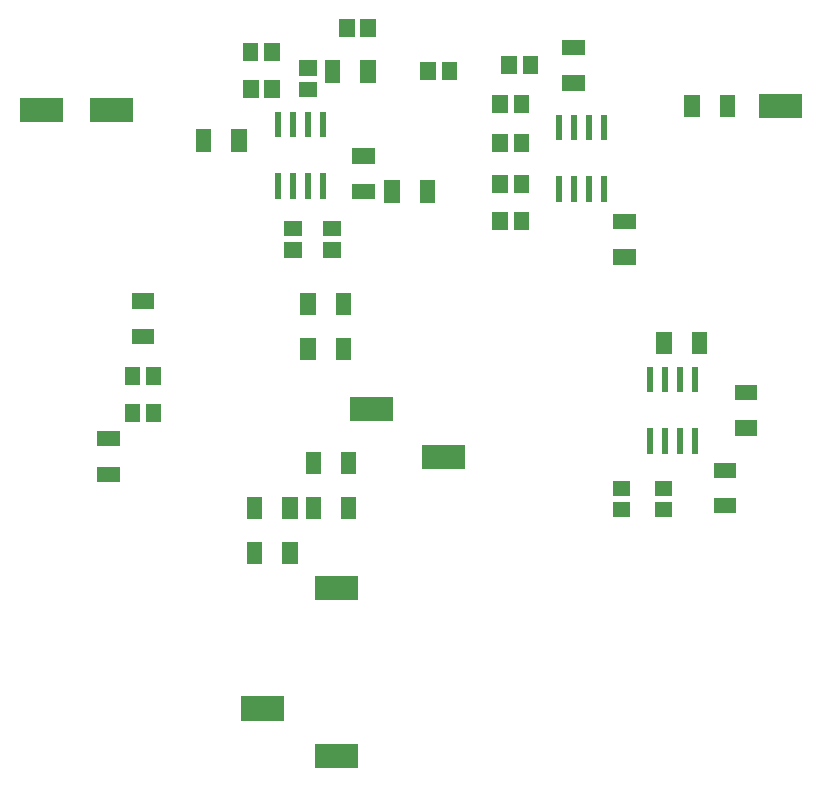
<source format=gtp>
G04 start of page 2 for group 0 layer_idx 7 *
G04 Title: (unknown), top_paste *
G04 Creator: pcb-rnd 3.1.7-dev *
G04 CreationDate: 2025-03-11 14:10:35 UTC *
G04 For:  *
G04 Format: Gerber/RS-274X *
G04 PCB-Dimensions: 500000 500000 *
G04 PCB-Coordinate-Origin: lower left *
%MOIN*%
%FSLAX25Y25*%
%LNTOP_PASTE_NONE_0*%
%ADD100C,0.0001*%
G54D100*G36*
X277500Y320000D02*Y311500D01*
X275500D01*
Y320000D01*
X277500D01*
G37*
G36*
X282500D02*Y311500D01*
X280500D01*
Y320000D01*
X282500D01*
G37*
G36*
X259516Y313452D02*X254398D01*
Y307548D01*
X259516D01*
Y313452D01*
G37*
G36*
X266602D02*X261484D01*
Y307548D01*
X266602D01*
Y313452D01*
G37*
G36*
X259516Y299952D02*X254398D01*
Y294048D01*
X259516D01*
Y299952D01*
G37*
G36*
X266602D02*X261484D01*
Y294048D01*
X266602D01*
Y299952D01*
G37*
G36*
X275500Y291000D02*Y299500D01*
X277500D01*
Y291000D01*
X275500D01*
G37*
G36*
X280500D02*Y299500D01*
X282500D01*
Y291000D01*
X280500D01*
G37*
G36*
X242602Y337452D02*X237484D01*
Y331548D01*
X242602D01*
Y337452D01*
G37*
G36*
X259516Y326452D02*X254398D01*
Y320548D01*
X259516D01*
Y326452D01*
G37*
G36*
X262516Y339452D02*X257398D01*
Y333548D01*
X262516D01*
Y339452D01*
G37*
G36*
X266602Y326452D02*X261484D01*
Y320548D01*
X266602D01*
Y326452D01*
G37*
G36*
X269602Y339452D02*X264484D01*
Y333548D01*
X269602D01*
Y339452D01*
G37*
G36*
X277760Y333154D02*Y328036D01*
X285240D01*
Y333154D01*
X277760D01*
G37*
G36*
Y344964D02*Y339846D01*
X285240D01*
Y344964D01*
X277760D01*
G37*
G36*
X285500Y291000D02*Y299500D01*
X287500D01*
Y291000D01*
X285500D01*
G37*
G36*
X287500Y320000D02*Y311500D01*
X285500D01*
Y320000D01*
X287500D01*
G37*
G36*
X290500Y291000D02*Y299500D01*
X292500D01*
Y291000D01*
X290500D01*
G37*
G36*
X292500Y320000D02*Y311500D01*
X290500D01*
Y320000D01*
X292500D01*
G37*
G36*
X323559Y326740D02*X318441D01*
Y319260D01*
X323559D01*
Y326740D01*
G37*
G36*
X335369D02*X330251D01*
Y319260D01*
X335369D01*
Y326740D01*
G37*
G36*
X343315Y327036D02*Y318964D01*
X357685D01*
Y327036D01*
X343315D01*
G37*
G36*
X137016Y235952D02*X131898D01*
Y230048D01*
X137016D01*
Y235952D01*
G37*
G36*
X134260Y248654D02*Y243536D01*
X141740D01*
Y248654D01*
X134260D01*
G37*
G36*
Y260464D02*Y255346D01*
X141740D01*
Y260464D01*
X134260D01*
G37*
G36*
X137016Y223452D02*X131898D01*
Y217548D01*
X137016D01*
Y223452D01*
G37*
G36*
X144102Y235952D02*X138984D01*
Y230048D01*
X144102D01*
Y235952D01*
G37*
G36*
Y223452D02*X138984D01*
Y217548D01*
X144102D01*
Y223452D01*
G37*
G36*
X122760Y202749D02*Y197631D01*
X130240D01*
Y202749D01*
X122760D01*
G37*
G36*
Y214559D02*Y209441D01*
X130240D01*
Y214559D01*
X122760D01*
G37*
G36*
X195559Y245740D02*X190441D01*
Y238260D01*
X195559D01*
Y245740D01*
G37*
G36*
Y260740D02*X190441D01*
Y253260D01*
X195559D01*
Y260740D01*
G37*
G36*
X197249Y207740D02*X192131D01*
Y200260D01*
X197249D01*
Y207740D01*
G37*
G36*
Y192740D02*X192131D01*
Y185260D01*
X197249D01*
Y192740D01*
G37*
G36*
X177654D02*X172536D01*
Y185260D01*
X177654D01*
Y192740D01*
G37*
G36*
X189464D02*X184346D01*
Y185260D01*
X189464D01*
Y192740D01*
G37*
G36*
X207369Y245740D02*X202251D01*
Y238260D01*
X207369D01*
Y245740D01*
G37*
G36*
Y260740D02*X202251D01*
Y253260D01*
X207369D01*
Y260740D01*
G37*
G36*
X206834Y226016D02*Y217945D01*
X221204D01*
Y226016D01*
X206834D01*
G37*
G36*
X209059Y207740D02*X203941D01*
Y200260D01*
X209059D01*
Y207740D01*
G37*
G36*
Y192740D02*X203941D01*
Y185260D01*
X209059D01*
Y192740D01*
G37*
G36*
X195121Y110256D02*Y102185D01*
X209491D01*
Y110256D01*
X195121D01*
G37*
G36*
X170641Y126106D02*Y118035D01*
X185011D01*
Y126106D01*
X170641D01*
G37*
G36*
X195121Y166256D02*Y158185D01*
X209491D01*
Y166256D01*
X195121D01*
G37*
G36*
X177654Y177740D02*X172536D01*
Y170260D01*
X177654D01*
Y177740D01*
G37*
G36*
X189464D02*X184346D01*
Y170260D01*
X189464D01*
Y177740D01*
G37*
G36*
X314154Y247740D02*X309036D01*
Y240260D01*
X314154D01*
Y247740D01*
G37*
G36*
X294760Y275154D02*Y270036D01*
X302240D01*
Y275154D01*
X294760D01*
G37*
G36*
Y286964D02*Y281846D01*
X302240D01*
Y286964D01*
X294760D01*
G37*
G36*
X305980Y206980D02*Y215480D01*
X307980D01*
Y206980D01*
X305980D01*
G37*
G36*
X307980Y235980D02*Y227480D01*
X305980D01*
Y235980D01*
X307980D01*
G37*
G36*
X312980D02*Y227480D01*
X310980D01*
Y235980D01*
X312980D01*
G37*
G36*
X294528Y198082D02*Y192964D01*
X300432D01*
Y198082D01*
X294528D01*
G37*
G36*
X308528D02*Y192964D01*
X314432D01*
Y198082D01*
X308528D01*
G37*
G36*
X310980Y206980D02*Y215480D01*
X312980D01*
Y206980D01*
X310980D01*
G37*
G36*
X315980D02*Y215480D01*
X317980D01*
Y206980D01*
X315980D01*
G37*
G36*
X317980Y235980D02*Y227480D01*
X315980D01*
Y235980D01*
X317980D01*
G37*
G36*
X320980Y206980D02*Y215480D01*
X322980D01*
Y206980D01*
X320980D01*
G37*
G36*
X322980Y235980D02*Y227480D01*
X320980D01*
Y235980D01*
X322980D01*
G37*
G36*
X325964Y247740D02*X320846D01*
Y240260D01*
X325964D01*
Y247740D01*
G37*
G36*
X294528Y190996D02*Y185878D01*
X300432D01*
Y190996D01*
X294528D01*
G37*
G36*
X308528D02*Y185878D01*
X314432D01*
Y190996D01*
X308528D01*
G37*
G36*
X185048Y277516D02*Y272398D01*
X190952D01*
Y277516D01*
X185048D01*
G37*
G36*
X198048D02*Y272398D01*
X203952D01*
Y277516D01*
X198048D01*
G37*
G36*
Y284602D02*Y279484D01*
X203952D01*
Y284602D01*
X198048D01*
G37*
G36*
X259516Y287452D02*X254398D01*
Y281548D01*
X259516D01*
Y287452D01*
G37*
G36*
X266602D02*X261484D01*
Y281548D01*
X266602D01*
Y287452D01*
G37*
G36*
X230834Y210016D02*Y201944D01*
X245204D01*
Y210016D01*
X230834D01*
G37*
G36*
X182000Y292000D02*Y300500D01*
X184000D01*
Y292000D01*
X182000D01*
G37*
G36*
X184000Y321000D02*Y312500D01*
X182000D01*
Y321000D01*
X184000D01*
G37*
G36*
X189000D02*Y312500D01*
X187000D01*
Y321000D01*
X189000D01*
G37*
G36*
X185048Y284602D02*Y279484D01*
X190952D01*
Y284602D01*
X185048D01*
G37*
G36*
X187000Y292000D02*Y300500D01*
X189000D01*
Y292000D01*
X187000D01*
G37*
G36*
X192000D02*Y300500D01*
X194000D01*
Y292000D01*
X192000D01*
G37*
G36*
X197000D02*Y300500D01*
X199000D01*
Y292000D01*
X197000D01*
G37*
G36*
X194000Y321000D02*Y312500D01*
X192000D01*
Y321000D01*
X194000D01*
G37*
G36*
X172559Y315145D02*X167441D01*
Y307665D01*
X172559D01*
Y315145D01*
G37*
G36*
X199000Y321000D02*Y312500D01*
X197000D01*
Y321000D01*
X199000D01*
G37*
G36*
X207760Y297059D02*Y291941D01*
X215240D01*
Y297059D01*
X207760D01*
G37*
G36*
X223559Y298240D02*X218441D01*
Y290760D01*
X223559D01*
Y298240D01*
G37*
G36*
X235369D02*X230251D01*
Y290760D01*
X235369D01*
Y298240D01*
G37*
G36*
X207760Y308869D02*Y303751D01*
X215240D01*
Y308869D01*
X207760D01*
G37*
G36*
X120334Y325516D02*Y317444D01*
X134704D01*
Y325516D01*
X120334D01*
G37*
G36*
X96815Y325536D02*Y317464D01*
X111185D01*
Y325536D01*
X96815D01*
G37*
G36*
X160749Y315145D02*X155631D01*
Y307665D01*
X160749D01*
Y315145D01*
G37*
G36*
X335240Y218134D02*Y213016D01*
X342720D01*
Y218134D01*
X335240D01*
G37*
G36*
Y229945D02*Y224826D01*
X342720D01*
Y229945D01*
X335240D01*
G37*
G36*
X328240Y192230D02*Y187112D01*
X335720D01*
Y192230D01*
X328240D01*
G37*
G36*
Y204040D02*Y198922D01*
X335720D01*
Y204040D01*
X328240D01*
G37*
G36*
X176430Y343952D02*X171312D01*
Y338048D01*
X176430D01*
Y343952D01*
G37*
G36*
X183516D02*X178398D01*
Y338048D01*
X183516D01*
Y343952D01*
G37*
G36*
X176473Y331452D02*X171355D01*
Y325548D01*
X176473D01*
Y331452D01*
G37*
G36*
X183559D02*X178441D01*
Y325548D01*
X183559D01*
Y331452D01*
G37*
G36*
X235516Y337452D02*X230398D01*
Y331548D01*
X235516D01*
Y337452D01*
G37*
G36*
X215464Y338240D02*X210346D01*
Y330760D01*
X215464D01*
Y338240D01*
G37*
G36*
X215559Y351952D02*X210441D01*
Y346048D01*
X215559D01*
Y351952D01*
G37*
G36*
X190048Y331059D02*Y325941D01*
X195952D01*
Y331059D01*
X190048D01*
G37*
G36*
Y338145D02*Y333027D01*
X195952D01*
Y338145D01*
X190048D01*
G37*
G36*
X203654Y338240D02*X198536D01*
Y330760D01*
X203654D01*
Y338240D01*
G37*
G36*
X208473Y351952D02*X203355D01*
Y346048D01*
X208473D01*
Y351952D01*
G37*
M02*

</source>
